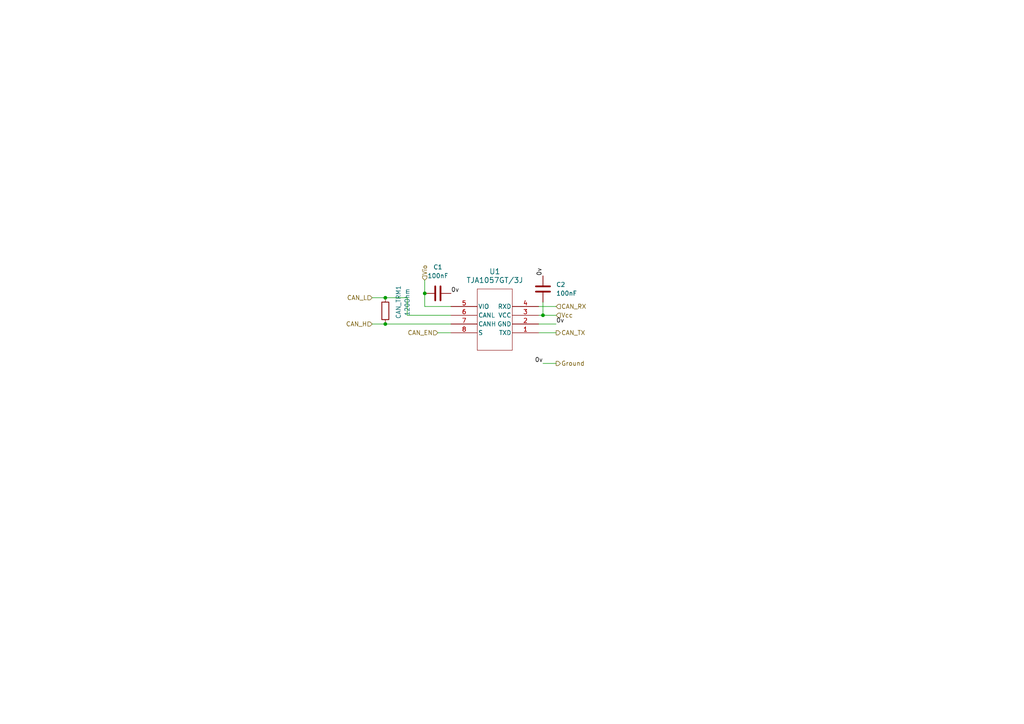
<source format=kicad_sch>
(kicad_sch (version 20230121) (generator eeschema)
  (paper "A4")
  (lib_symbols
    (symbol "Device:C" (pin_numbers hide) (pin_names (offset 0.254))
      (property "Reference" "C" (at 0.635 2.54 0))
      (property "Value" "C" (at 0.635 -2.54 0))
      (symbol "C_0_1"
        (polyline (pts (xy -2.032 -0.762) (xy 2.032 -0.762)) (stroke (width 0.508)))
        (polyline (pts (xy -2.032 0.762) (xy 2.032 0.762)) (stroke (width 0.508)))
      )
      (symbol "C_1_1"
        (pin passive line (at 0 3.81 270) (length 2.794) (name "~") (number "1"))
        (pin passive line (at 0 -3.81 90) (length 2.794) (name "~") (number "2"))
      )
    )
    (symbol "Device:R" (pin_numbers hide) (pin_names (offset 0))
      (property "Reference" "R" (at 2.032 0 90))
      (property "Value" "R" (at 0 0 90))
      (symbol "R_0_1"
        (rectangle (start -1.016 -2.54) (end 1.016 2.54) (stroke (width 0.254)))
      )
      (symbol "R_1_1"
        (pin passive line (at 0 3.81 270) (length 1.27) (name "~") (number "1"))
        (pin passive line (at 0 -3.81 90) (length 1.27) (name "~") (number "2"))
      )
    )
    (symbol "TJA1057BT:TJA1057GT_3J" (pin_names (offset 0.254))
      (property "Reference" "U" (at 0 13.97 0))
      (property "Value" "TJA1057GT/3J" (at 0 11.43 0))
      (symbol "TJA1057GT_3J_0_1"
        (polyline (pts (xy -5.08 -8.89) (xy 5.08 -8.89)) (stroke (width 0.127)))
        (polyline (pts (xy -5.08 8.89) (xy -5.08 -8.89)) (stroke (width 0.127)))
        (polyline (pts (xy 5.08 -8.89) (xy 5.08 8.89)) (stroke (width 0.127)))
        (polyline (pts (xy 5.08 8.89) (xy -5.08 8.89)) (stroke (width 0.127)))
        (pin input line (at -12.7 3.81 0) (length 7.62) (name "TXD") (number "1"))
        (pin power_out line (at -12.7 1.27 0) (length 7.62) (name "GND") (number "2"))
        (pin power_in line (at -12.7 -1.27 0) (length 7.62) (name "VCC") (number "3"))
        (pin output line (at -12.7 -3.81 0) (length 7.62) (name "RXD") (number "4"))
        (pin power_in line (at 12.7 -3.81 180) (length 7.62) (name "VIO") (number "5"))
        (pin bidirectional line (at 12.7 -1.27 180) (length 7.62) (name "CANL") (number "6"))
        (pin bidirectional line (at 12.7 1.27 180) (length 7.62) (name "CANH") (number "7"))
        (pin input line (at 12.7 3.81 180) (length 7.62) (name "S") (number "8"))
      )
    )
  )
  (junction (at 157.48 91.44))
  (junction (at 111.76 93.98))
  (junction (at 111.76 86.36))
  (junction (at 123.19 85.09))
  (wire (pts (xy 156.21 96.52) (xy 161.29 96.52)))
  (wire (pts (xy 123.19 85.09) (xy 123.19 88.9)))
  (wire (pts (xy 111.76 93.98) (xy 130.81 93.98)))
  (wire (pts (xy 127 96.52) (xy 130.81 96.52)))
  (wire (pts (xy 123.19 81.28) (xy 123.19 85.09)))
  (wire (pts (xy 118.11 91.44) (xy 130.81 91.44)))
  (wire (pts (xy 157.48 105.41) (xy 161.29 105.41)))
  (wire (pts (xy 156.21 88.9) (xy 161.29 88.9)))
  (wire (pts (xy 107.95 86.36) (xy 111.76 86.36)))
  (wire (pts (xy 107.95 93.98) (xy 111.76 93.98)))
  (wire (pts (xy 156.21 93.98) (xy 161.29 93.98)))
  (wire (pts (xy 157.48 87.63) (xy 157.48 91.44)))
  (wire (pts (xy 157.48 91.44) (xy 161.29 91.44)))
  (wire (pts (xy 118.11 86.36) (xy 118.11 91.44)))
  (wire (pts (xy 157.48 91.44) (xy 156.21 91.44)))
  (wire (pts (xy 123.19 88.9) (xy 130.81 88.9)))
  (wire (pts (xy 111.76 86.36) (xy 118.11 86.36)))
  (label "0v" (at 157.48 105.41 180))
  (label "0v" (at 157.48 80.01 90))
  (label "0v" (at 161.29 93.98 0))
  (label "0v" (at 130.81 85.09 0))
  (hierarchical_label "Ground" (shape output) (at 161.29 105.41 0))
  (hierarchical_label "CAN_EN" (shape input) (at 127 96.52 180))
  (hierarchical_label "CAN_H" (shape input) (at 107.95 93.98 180))
  (hierarchical_label "CAN_RX" (shape input) (at 161.29 88.9 0))
  (hierarchical_label "Vio" (shape input) (at 123.19 81.28 90))
  (hierarchical_label "Vcc" (shape input) (at 161.29 91.44 0))
  (hierarchical_label "CAN_TX" (shape output) (at 161.29 96.52 0))
  (hierarchical_label "CAN_L" (shape input) (at 107.95 86.36 180))
  (symbol (lib_id "TJA1057BT:TJA1057GT_3J") (at 143.51 92.71 180) (unit 1)
    (property "Reference" "U1" (at 143.51 78.74 0) (effects (font (size 1.524 1.524))))
    (property "Value" "TJA1057GT/3J" (at 143.51 81.28 0) (effects (font (size 1.524 1.524))))
    (property "Footprint" "TJA1057BT:SOT96-1_SO8_NXP" (effects hide))
    (property "Datasheet" "TJA1057GT/3J" (effects hide))
    (instances (project "torso" (path "" (reference "U1") (unit 1))) (project "shoulder" (path "" (reference "U1") (unit 1))) (project "shoulder" (path "" (reference "U3") (unit 1))))
  )
  (symbol (lib_id "Device:C") (at 127 85.09 90) (unit 1)
    (property "Reference" "C1" (at 127 77.47 90))
    (property "Value" "100nF" (at 127 80.01 90))
    (property "Footprint" "Capacitor_SMD:C_0603_1608Metric" (effects hide))
    (instances (project "torso" (path "" (reference "C1") (unit 1))) (project "shoulder" (path "" (reference "C1") (unit 1))) (project "shoulder" (path "" (reference "C8") (unit 1))))
  )
  (symbol (lib_id "Device:R") (at 111.76 90.17 0) (unit 1)
    (property "Reference" "CAN_TRM1" (at 115.57 87.63 90))
    (property "Value" "120Ohm" (at 118.11 87.63 90))
    (property "Footprint" "Resistor_SMD:R_0603_1608Metric" (effects hide))
  )
  (symbol (lib_id "Device:C") (at 157.48 83.82 180) (unit 1)
    (property "Reference" "C2" (at 161.29 82.55 0) (effects (justify right)))
    (property "Value" "100nF" (at 161.29 85.09 0) (effects (justify right)))
    (property "Footprint" "Capacitor_SMD:C_0603_1608Metric" (effects hide))
    (instances (project "torso" (path "" (reference "C2") (unit 1))) (project "shoulder" (path "" (reference "C3") (unit 1))) (project "shoulder" (path "" (reference "C9") (unit 1))))
  )
)
</source>
